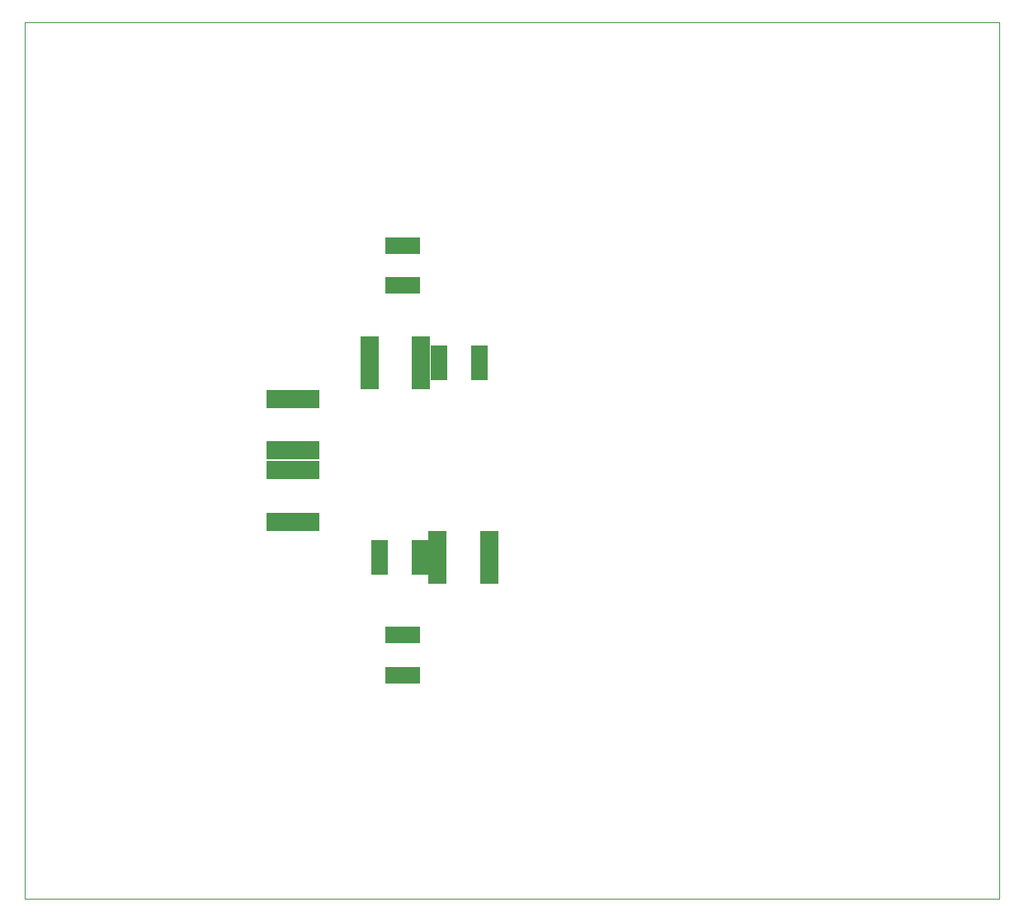
<source format=gbp>
G04 Layer_Color=128*
%FSLAX25Y25*%
%MOIN*%
G70*
G01*
G75*
%ADD21C,0.00394*%
%ADD33R,0.21654X0.07480*%
%ADD34R,0.07087X0.14173*%
%ADD35R,0.07480X0.21654*%
%ADD36R,0.14173X0.07087*%
D21*
X0Y-177165D02*
X393701D01*
X0D02*
Y177165D01*
X393701Y-177165D02*
Y177165D01*
X0D02*
X393701D01*
D33*
X108268Y-24803D02*
D03*
Y-3937D02*
D03*
Y24803D02*
D03*
Y3937D02*
D03*
D34*
X183465Y39370D02*
D03*
X167323D02*
D03*
X143307Y-39370D02*
D03*
X159449D02*
D03*
D35*
X139173Y39370D02*
D03*
X160039D02*
D03*
X187598Y-39370D02*
D03*
X166732D02*
D03*
D36*
X152559Y70669D02*
D03*
Y86811D02*
D03*
Y-70669D02*
D03*
Y-86811D02*
D03*
M02*

</source>
